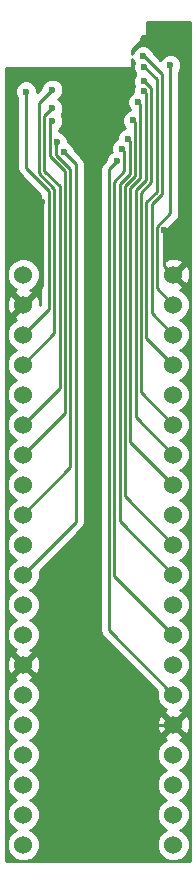
<source format=gbl>
G04 #@! TF.FileFunction,Copper,L2,Bot,Signal*
%FSLAX46Y46*%
G04 Gerber Fmt 4.6, Leading zero omitted, Abs format (unit mm)*
G04 Created by KiCad (PCBNEW 4.0.4-stable) date *
%MOMM*%
%LPD*%
G01*
G04 APERTURE LIST*
%ADD10C,0.100000*%
%ADD11C,1.524000*%
%ADD12C,0.600000*%
%ADD13C,0.250000*%
%ADD14C,0.254000*%
G04 APERTURE END LIST*
D10*
D11*
X158350000Y-90140000D03*
X158350000Y-92680000D03*
X158350000Y-95220000D03*
X158350000Y-97760000D03*
X158350000Y-100300000D03*
X158350000Y-102840000D03*
X158350000Y-105380000D03*
X158350000Y-107920000D03*
X158350000Y-110460000D03*
X158350000Y-113000000D03*
X158350000Y-115540000D03*
X158350000Y-118080000D03*
X158350000Y-120620000D03*
X158350000Y-123160000D03*
X158350000Y-125700000D03*
X158350000Y-128240000D03*
X158350000Y-130780000D03*
X158350000Y-133320000D03*
X158350000Y-135860000D03*
X145650000Y-135860000D03*
X145650000Y-133320000D03*
X145650000Y-130780000D03*
X145650000Y-128240000D03*
X145650000Y-125700000D03*
X145650000Y-123160000D03*
X145650000Y-120620000D03*
X145650000Y-118080000D03*
X145650000Y-115540000D03*
X145650000Y-113000000D03*
X145650000Y-110460000D03*
X145650000Y-107920000D03*
X145650000Y-105380000D03*
X145650000Y-102840000D03*
X145650000Y-100300000D03*
X145650000Y-97760000D03*
X145650000Y-95220000D03*
X145650000Y-92680000D03*
X145650000Y-90140000D03*
X158350000Y-87600000D03*
X145650000Y-87600000D03*
D12*
X145880400Y-72105300D03*
X148111800Y-71937500D03*
X148109000Y-73527000D03*
X148119100Y-74601100D03*
X148510200Y-76391300D03*
X149086300Y-77231300D03*
X153578100Y-78025000D03*
X154046000Y-76929000D03*
X154496300Y-76128600D03*
X154946600Y-74543300D03*
X155396900Y-72999200D03*
X155856000Y-72102100D03*
X155879000Y-71203200D03*
X155897200Y-70022100D03*
X155803700Y-69125800D03*
X158110200Y-69847800D03*
X147206700Y-81443000D03*
X157600200Y-83799200D03*
D13*
X145880400Y-78564100D02*
X145880400Y-72105300D01*
X147832000Y-80515700D02*
X145880400Y-78564100D01*
X147832000Y-90498000D02*
X147832000Y-80515700D01*
X145650000Y-92680000D02*
X147832000Y-90498000D01*
X146984300Y-73065000D02*
X148111800Y-71937500D01*
X146984300Y-79031100D02*
X146984300Y-73065000D01*
X148282300Y-80329100D02*
X146984300Y-79031100D01*
X148282300Y-92587700D02*
X148282300Y-80329100D01*
X145650000Y-95220000D02*
X148282300Y-92587700D01*
X147434600Y-74201400D02*
X148109000Y-73527000D01*
X147434600Y-78844500D02*
X147434600Y-74201400D01*
X148732600Y-80142500D02*
X147434600Y-78844500D01*
X148732600Y-97217400D02*
X148732600Y-80142500D01*
X145650000Y-100300000D02*
X148732600Y-97217400D01*
X147884900Y-74835300D02*
X148119100Y-74601100D01*
X147884900Y-77551100D02*
X147884900Y-74835300D01*
X149182900Y-78849100D02*
X147884900Y-77551100D01*
X149182900Y-99307100D02*
X149182900Y-78849100D01*
X145650000Y-102840000D02*
X149182900Y-99307100D01*
X148461000Y-76440500D02*
X148510200Y-76391300D01*
X148461000Y-77490300D02*
X148461000Y-76440500D01*
X149633200Y-78662500D02*
X148461000Y-77490300D01*
X149633200Y-103936800D02*
X149633200Y-78662500D01*
X145650000Y-107920000D02*
X149633200Y-103936800D01*
X150131900Y-78276900D02*
X149086300Y-77231300D01*
X150131900Y-108518100D02*
X150131900Y-78276900D01*
X145650000Y-113000000D02*
X150131900Y-108518100D01*
X152922100Y-78681000D02*
X153578100Y-78025000D01*
X152922100Y-117732100D02*
X152922100Y-78681000D01*
X158350000Y-123160000D02*
X152922100Y-117732100D01*
X154221100Y-77104100D02*
X154046000Y-76929000D01*
X154221100Y-78874200D02*
X154221100Y-77104100D01*
X153372500Y-79722800D02*
X154221100Y-78874200D01*
X153372500Y-113102500D02*
X153372500Y-79722800D01*
X158350000Y-118080000D02*
X153372500Y-113102500D01*
X153822800Y-108472800D02*
X158350000Y-113000000D01*
X153822800Y-79909400D02*
X153822800Y-108472800D01*
X154671400Y-79060800D02*
X153822800Y-79909400D01*
X154671400Y-76303700D02*
X154671400Y-79060800D01*
X154496300Y-76128600D02*
X154671400Y-76303700D01*
X154273100Y-106383100D02*
X158350000Y-110460000D01*
X154273100Y-80096000D02*
X154273100Y-106383100D01*
X155121700Y-79247400D02*
X154273100Y-80096000D01*
X155121700Y-74718400D02*
X155121700Y-79247400D01*
X154946600Y-74543300D02*
X155121700Y-74718400D01*
X154723400Y-101753400D02*
X158350000Y-105380000D01*
X154723400Y-80282600D02*
X154723400Y-101753400D01*
X155572000Y-79434000D02*
X154723400Y-80282600D01*
X155572000Y-73174300D02*
X155572000Y-79434000D01*
X155396900Y-72999200D02*
X155572000Y-73174300D01*
X155173700Y-99663700D02*
X158350000Y-102840000D01*
X155173700Y-80469200D02*
X155173700Y-99663700D01*
X156022300Y-79620600D02*
X155173700Y-80469200D01*
X156022300Y-72268400D02*
X156022300Y-79620600D01*
X155856000Y-72102100D02*
X156022300Y-72268400D01*
X155624000Y-97574000D02*
X158350000Y-100300000D01*
X155624000Y-80655800D02*
X155624000Y-97574000D01*
X156481400Y-79798400D02*
X155624000Y-80655800D01*
X156481400Y-71805600D02*
X156481400Y-79798400D01*
X155879000Y-71203200D02*
X156481400Y-71805600D01*
X156074300Y-92944300D02*
X158350000Y-95220000D01*
X156074300Y-81479300D02*
X156074300Y-92944300D01*
X156945000Y-80608600D02*
X156074300Y-81479300D01*
X156945000Y-71069900D02*
X156945000Y-80608600D01*
X155897200Y-70022100D02*
X156945000Y-71069900D01*
X156524600Y-90854600D02*
X158350000Y-92680000D01*
X156524600Y-81665900D02*
X156524600Y-90854600D01*
X157402700Y-80787800D02*
X156524600Y-81665900D01*
X157402700Y-70638000D02*
X157402700Y-80787800D01*
X155890500Y-69125800D02*
X157402700Y-70638000D01*
X155803700Y-69125800D02*
X155890500Y-69125800D01*
X156974900Y-88764900D02*
X158350000Y-90140000D01*
X156974900Y-83540200D02*
X156974900Y-88764900D01*
X158110200Y-82404900D02*
X156974900Y-83540200D01*
X158110200Y-69847800D02*
X158110200Y-82404900D01*
X147206700Y-88583300D02*
X147206700Y-81443000D01*
X145650000Y-90140000D02*
X147206700Y-88583300D01*
X157600200Y-86850200D02*
X157600200Y-83799200D01*
X158350000Y-87600000D02*
X157600200Y-86850200D01*
X150730000Y-125700000D02*
X145650000Y-120620000D01*
X158350000Y-125700000D02*
X150730000Y-125700000D01*
D14*
G36*
X159790000Y-137290000D02*
X144210000Y-137290000D01*
X144210000Y-123436661D01*
X144252758Y-123436661D01*
X144464990Y-123950303D01*
X144857630Y-124343629D01*
X145065512Y-124429949D01*
X144859697Y-124514990D01*
X144466371Y-124907630D01*
X144253243Y-125420900D01*
X144252758Y-125976661D01*
X144464990Y-126490303D01*
X144857630Y-126883629D01*
X145065512Y-126969949D01*
X144859697Y-127054990D01*
X144466371Y-127447630D01*
X144253243Y-127960900D01*
X144252758Y-128516661D01*
X144464990Y-129030303D01*
X144857630Y-129423629D01*
X145065512Y-129509949D01*
X144859697Y-129594990D01*
X144466371Y-129987630D01*
X144253243Y-130500900D01*
X144252758Y-131056661D01*
X144464990Y-131570303D01*
X144857630Y-131963629D01*
X145065512Y-132049949D01*
X144859697Y-132134990D01*
X144466371Y-132527630D01*
X144253243Y-133040900D01*
X144252758Y-133596661D01*
X144464990Y-134110303D01*
X144857630Y-134503629D01*
X145065512Y-134589949D01*
X144859697Y-134674990D01*
X144466371Y-135067630D01*
X144253243Y-135580900D01*
X144252758Y-136136661D01*
X144464990Y-136650303D01*
X144857630Y-137043629D01*
X145370900Y-137256757D01*
X145926661Y-137257242D01*
X146440303Y-137045010D01*
X146833629Y-136652370D01*
X147046757Y-136139100D01*
X147047242Y-135583339D01*
X146835010Y-135069697D01*
X146442370Y-134676371D01*
X146234488Y-134590051D01*
X146440303Y-134505010D01*
X146833629Y-134112370D01*
X147046757Y-133599100D01*
X147047242Y-133043339D01*
X146835010Y-132529697D01*
X146442370Y-132136371D01*
X146234488Y-132050051D01*
X146440303Y-131965010D01*
X146833629Y-131572370D01*
X147046757Y-131059100D01*
X147047242Y-130503339D01*
X146835010Y-129989697D01*
X146442370Y-129596371D01*
X146234488Y-129510051D01*
X146440303Y-129425010D01*
X146833629Y-129032370D01*
X147046757Y-128519100D01*
X147046759Y-128516661D01*
X156952758Y-128516661D01*
X157164990Y-129030303D01*
X157557630Y-129423629D01*
X157765512Y-129509949D01*
X157559697Y-129594990D01*
X157166371Y-129987630D01*
X156953243Y-130500900D01*
X156952758Y-131056661D01*
X157164990Y-131570303D01*
X157557630Y-131963629D01*
X157765512Y-132049949D01*
X157559697Y-132134990D01*
X157166371Y-132527630D01*
X156953243Y-133040900D01*
X156952758Y-133596661D01*
X157164990Y-134110303D01*
X157557630Y-134503629D01*
X157765512Y-134589949D01*
X157559697Y-134674990D01*
X157166371Y-135067630D01*
X156953243Y-135580900D01*
X156952758Y-136136661D01*
X157164990Y-136650303D01*
X157557630Y-137043629D01*
X158070900Y-137256757D01*
X158626661Y-137257242D01*
X159140303Y-137045010D01*
X159533629Y-136652370D01*
X159746757Y-136139100D01*
X159747242Y-135583339D01*
X159535010Y-135069697D01*
X159142370Y-134676371D01*
X158934488Y-134590051D01*
X159140303Y-134505010D01*
X159533629Y-134112370D01*
X159746757Y-133599100D01*
X159747242Y-133043339D01*
X159535010Y-132529697D01*
X159142370Y-132136371D01*
X158934488Y-132050051D01*
X159140303Y-131965010D01*
X159533629Y-131572370D01*
X159746757Y-131059100D01*
X159747242Y-130503339D01*
X159535010Y-129989697D01*
X159142370Y-129596371D01*
X158934488Y-129510051D01*
X159140303Y-129425010D01*
X159533629Y-129032370D01*
X159746757Y-128519100D01*
X159747242Y-127963339D01*
X159535010Y-127449697D01*
X159142370Y-127056371D01*
X158950273Y-126976605D01*
X159081143Y-126922397D01*
X159150608Y-126680213D01*
X158350000Y-125879605D01*
X157549392Y-126680213D01*
X157618857Y-126922397D01*
X157759318Y-126972509D01*
X157559697Y-127054990D01*
X157166371Y-127447630D01*
X156953243Y-127960900D01*
X156952758Y-128516661D01*
X147046759Y-128516661D01*
X147047242Y-127963339D01*
X146835010Y-127449697D01*
X146442370Y-127056371D01*
X146234488Y-126970051D01*
X146440303Y-126885010D01*
X146833629Y-126492370D01*
X147046757Y-125979100D01*
X147047181Y-125492302D01*
X156940856Y-125492302D01*
X156968638Y-126047368D01*
X157127603Y-126431143D01*
X157369787Y-126500608D01*
X158170395Y-125700000D01*
X158529605Y-125700000D01*
X159330213Y-126500608D01*
X159572397Y-126431143D01*
X159759144Y-125907698D01*
X159731362Y-125352632D01*
X159572397Y-124968857D01*
X159330213Y-124899392D01*
X158529605Y-125700000D01*
X158170395Y-125700000D01*
X157369787Y-124899392D01*
X157127603Y-124968857D01*
X156940856Y-125492302D01*
X147047181Y-125492302D01*
X147047242Y-125423339D01*
X146835010Y-124909697D01*
X146442370Y-124516371D01*
X146234488Y-124430051D01*
X146440303Y-124345010D01*
X146833629Y-123952370D01*
X147046757Y-123439100D01*
X147047242Y-122883339D01*
X146835010Y-122369697D01*
X146442370Y-121976371D01*
X146250273Y-121896605D01*
X146381143Y-121842397D01*
X146450608Y-121600213D01*
X145650000Y-120799605D01*
X144849392Y-121600213D01*
X144918857Y-121842397D01*
X145059318Y-121892509D01*
X144859697Y-121974990D01*
X144466371Y-122367630D01*
X144253243Y-122880900D01*
X144252758Y-123436661D01*
X144210000Y-123436661D01*
X144210000Y-120412302D01*
X144240856Y-120412302D01*
X144268638Y-120967368D01*
X144427603Y-121351143D01*
X144669787Y-121420608D01*
X145470395Y-120620000D01*
X145829605Y-120620000D01*
X146630213Y-121420608D01*
X146872397Y-121351143D01*
X147059144Y-120827698D01*
X147031362Y-120272632D01*
X146872397Y-119888857D01*
X146630213Y-119819392D01*
X145829605Y-120620000D01*
X145470395Y-120620000D01*
X144669787Y-119819392D01*
X144427603Y-119888857D01*
X144240856Y-120412302D01*
X144210000Y-120412302D01*
X144210000Y-92956661D01*
X144252758Y-92956661D01*
X144464990Y-93470303D01*
X144857630Y-93863629D01*
X145065512Y-93949949D01*
X144859697Y-94034990D01*
X144466371Y-94427630D01*
X144253243Y-94940900D01*
X144252758Y-95496661D01*
X144464990Y-96010303D01*
X144857630Y-96403629D01*
X145065512Y-96489949D01*
X144859697Y-96574990D01*
X144466371Y-96967630D01*
X144253243Y-97480900D01*
X144252758Y-98036661D01*
X144464990Y-98550303D01*
X144857630Y-98943629D01*
X145065512Y-99029949D01*
X144859697Y-99114990D01*
X144466371Y-99507630D01*
X144253243Y-100020900D01*
X144252758Y-100576661D01*
X144464990Y-101090303D01*
X144857630Y-101483629D01*
X145065512Y-101569949D01*
X144859697Y-101654990D01*
X144466371Y-102047630D01*
X144253243Y-102560900D01*
X144252758Y-103116661D01*
X144464990Y-103630303D01*
X144857630Y-104023629D01*
X145065512Y-104109949D01*
X144859697Y-104194990D01*
X144466371Y-104587630D01*
X144253243Y-105100900D01*
X144252758Y-105656661D01*
X144464990Y-106170303D01*
X144857630Y-106563629D01*
X145065512Y-106649949D01*
X144859697Y-106734990D01*
X144466371Y-107127630D01*
X144253243Y-107640900D01*
X144252758Y-108196661D01*
X144464990Y-108710303D01*
X144857630Y-109103629D01*
X145065512Y-109189949D01*
X144859697Y-109274990D01*
X144466371Y-109667630D01*
X144253243Y-110180900D01*
X144252758Y-110736661D01*
X144464990Y-111250303D01*
X144857630Y-111643629D01*
X145065512Y-111729949D01*
X144859697Y-111814990D01*
X144466371Y-112207630D01*
X144253243Y-112720900D01*
X144252758Y-113276661D01*
X144464990Y-113790303D01*
X144857630Y-114183629D01*
X145065512Y-114269949D01*
X144859697Y-114354990D01*
X144466371Y-114747630D01*
X144253243Y-115260900D01*
X144252758Y-115816661D01*
X144464990Y-116330303D01*
X144857630Y-116723629D01*
X145065512Y-116809949D01*
X144859697Y-116894990D01*
X144466371Y-117287630D01*
X144253243Y-117800900D01*
X144252758Y-118356661D01*
X144464990Y-118870303D01*
X144857630Y-119263629D01*
X145049727Y-119343395D01*
X144918857Y-119397603D01*
X144849392Y-119639787D01*
X145650000Y-120440395D01*
X146450608Y-119639787D01*
X146381143Y-119397603D01*
X146240682Y-119347491D01*
X146440303Y-119265010D01*
X146833629Y-118872370D01*
X147046757Y-118359100D01*
X147047242Y-117803339D01*
X146835010Y-117289697D01*
X146442370Y-116896371D01*
X146234488Y-116810051D01*
X146440303Y-116725010D01*
X146833629Y-116332370D01*
X147046757Y-115819100D01*
X147047242Y-115263339D01*
X146835010Y-114749697D01*
X146442370Y-114356371D01*
X146234488Y-114270051D01*
X146440303Y-114185010D01*
X146833629Y-113792370D01*
X147046757Y-113279100D01*
X147047242Y-112723339D01*
X147033857Y-112690945D01*
X150669301Y-109055501D01*
X150834048Y-108808939D01*
X150891900Y-108518100D01*
X150891900Y-78276900D01*
X150834048Y-77986061D01*
X150669301Y-77739499D01*
X150021422Y-77091620D01*
X150021462Y-77046133D01*
X149879417Y-76702357D01*
X149616627Y-76439108D01*
X149445221Y-76367934D01*
X149445362Y-76206133D01*
X149303317Y-75862357D01*
X149040527Y-75599108D01*
X148696999Y-75456462D01*
X148644900Y-75456417D01*
X148644900Y-75395516D01*
X148648043Y-75394217D01*
X148911292Y-75131427D01*
X149053938Y-74787899D01*
X149054262Y-74415933D01*
X148912217Y-74072157D01*
X148899299Y-74059217D01*
X148901192Y-74057327D01*
X149043838Y-73713799D01*
X149044162Y-73341833D01*
X148902117Y-72998057D01*
X148639327Y-72734808D01*
X148634974Y-72733001D01*
X148640743Y-72730617D01*
X148903992Y-72467827D01*
X149046638Y-72124299D01*
X149046962Y-71752333D01*
X148904917Y-71408557D01*
X148642127Y-71145308D01*
X148298599Y-71002662D01*
X147926633Y-71002338D01*
X147582857Y-71144383D01*
X147319608Y-71407173D01*
X147176962Y-71750701D01*
X147176921Y-71797577D01*
X146815354Y-72159144D01*
X146815562Y-71920133D01*
X146673517Y-71576357D01*
X146410727Y-71313108D01*
X146067199Y-71170462D01*
X145695233Y-71170138D01*
X145351457Y-71312183D01*
X145088208Y-71574973D01*
X144945562Y-71918501D01*
X144945238Y-72290467D01*
X145087283Y-72634243D01*
X145120400Y-72667418D01*
X145120400Y-78564100D01*
X145178252Y-78854939D01*
X145342999Y-79101501D01*
X147072000Y-80830502D01*
X147072000Y-90183198D01*
X147051916Y-90203282D01*
X147031362Y-89792632D01*
X146872397Y-89408857D01*
X146630213Y-89339392D01*
X145829605Y-90140000D01*
X145843748Y-90154143D01*
X145664143Y-90333748D01*
X145650000Y-90319605D01*
X144849392Y-91120213D01*
X144918857Y-91362397D01*
X145059318Y-91412509D01*
X144859697Y-91494990D01*
X144466371Y-91887630D01*
X144253243Y-92400900D01*
X144252758Y-92956661D01*
X144210000Y-92956661D01*
X144210000Y-89932302D01*
X144240856Y-89932302D01*
X144268638Y-90487368D01*
X144427603Y-90871143D01*
X144669787Y-90940608D01*
X145470395Y-90140000D01*
X144669787Y-89339392D01*
X144427603Y-89408857D01*
X144240856Y-89932302D01*
X144210000Y-89932302D01*
X144210000Y-87876661D01*
X144252758Y-87876661D01*
X144464990Y-88390303D01*
X144857630Y-88783629D01*
X145049727Y-88863395D01*
X144918857Y-88917603D01*
X144849392Y-89159787D01*
X145650000Y-89960395D01*
X146450608Y-89159787D01*
X146381143Y-88917603D01*
X146240682Y-88867491D01*
X146440303Y-88785010D01*
X146833629Y-88392370D01*
X147046757Y-87879100D01*
X147047242Y-87323339D01*
X146835010Y-86809697D01*
X146442370Y-86416371D01*
X145929100Y-86203243D01*
X145373339Y-86202758D01*
X144859697Y-86414990D01*
X144466371Y-86807630D01*
X144253243Y-87320900D01*
X144252758Y-87876661D01*
X144210000Y-87876661D01*
X144210000Y-70127000D01*
X154750000Y-70127000D01*
X154796159Y-70118315D01*
X154838553Y-70091035D01*
X154866994Y-70049410D01*
X154877000Y-70000000D01*
X154877000Y-69331447D01*
X155010583Y-69654743D01*
X155029477Y-69673670D01*
X154962362Y-69835301D01*
X154962038Y-70207267D01*
X155104083Y-70551043D01*
X155156375Y-70603427D01*
X155086808Y-70672873D01*
X154944162Y-71016401D01*
X154943838Y-71388367D01*
X155041659Y-71625113D01*
X154921162Y-71915301D01*
X154920928Y-72184196D01*
X154867957Y-72206083D01*
X154604708Y-72468873D01*
X154462062Y-72812401D01*
X154461738Y-73184367D01*
X154603783Y-73528143D01*
X154706356Y-73630895D01*
X154417657Y-73750183D01*
X154154408Y-74012973D01*
X154011762Y-74356501D01*
X154011438Y-74728467D01*
X154153483Y-75072243D01*
X154285174Y-75204164D01*
X153967357Y-75335483D01*
X153704108Y-75598273D01*
X153561462Y-75941801D01*
X153561309Y-76117599D01*
X153517057Y-76135883D01*
X153253808Y-76398673D01*
X153111162Y-76742201D01*
X153110838Y-77114167D01*
X153143389Y-77192947D01*
X153049157Y-77231883D01*
X152785908Y-77494673D01*
X152643262Y-77838201D01*
X152643221Y-77885077D01*
X152384699Y-78143599D01*
X152219952Y-78390161D01*
X152162100Y-78681000D01*
X152162100Y-117732100D01*
X152219952Y-118022939D01*
X152384699Y-118269501D01*
X156965817Y-122850619D01*
X156953243Y-122880900D01*
X156952758Y-123436661D01*
X157164990Y-123950303D01*
X157557630Y-124343629D01*
X157749727Y-124423395D01*
X157618857Y-124477603D01*
X157549392Y-124719787D01*
X158350000Y-125520395D01*
X159150608Y-124719787D01*
X159081143Y-124477603D01*
X158940682Y-124427491D01*
X159140303Y-124345010D01*
X159533629Y-123952370D01*
X159746757Y-123439100D01*
X159747242Y-122883339D01*
X159535010Y-122369697D01*
X159142370Y-121976371D01*
X158934488Y-121890051D01*
X159140303Y-121805010D01*
X159533629Y-121412370D01*
X159746757Y-120899100D01*
X159747242Y-120343339D01*
X159535010Y-119829697D01*
X159142370Y-119436371D01*
X158934488Y-119350051D01*
X159140303Y-119265010D01*
X159533629Y-118872370D01*
X159746757Y-118359100D01*
X159747242Y-117803339D01*
X159535010Y-117289697D01*
X159142370Y-116896371D01*
X158934488Y-116810051D01*
X159140303Y-116725010D01*
X159533629Y-116332370D01*
X159746757Y-115819100D01*
X159747242Y-115263339D01*
X159535010Y-114749697D01*
X159142370Y-114356371D01*
X158934488Y-114270051D01*
X159140303Y-114185010D01*
X159533629Y-113792370D01*
X159746757Y-113279100D01*
X159747242Y-112723339D01*
X159535010Y-112209697D01*
X159142370Y-111816371D01*
X158934488Y-111730051D01*
X159140303Y-111645010D01*
X159533629Y-111252370D01*
X159746757Y-110739100D01*
X159747242Y-110183339D01*
X159535010Y-109669697D01*
X159142370Y-109276371D01*
X158934488Y-109190051D01*
X159140303Y-109105010D01*
X159533629Y-108712370D01*
X159746757Y-108199100D01*
X159747242Y-107643339D01*
X159535010Y-107129697D01*
X159142370Y-106736371D01*
X158934488Y-106650051D01*
X159140303Y-106565010D01*
X159533629Y-106172370D01*
X159746757Y-105659100D01*
X159747242Y-105103339D01*
X159535010Y-104589697D01*
X159142370Y-104196371D01*
X158934488Y-104110051D01*
X159140303Y-104025010D01*
X159533629Y-103632370D01*
X159746757Y-103119100D01*
X159747242Y-102563339D01*
X159535010Y-102049697D01*
X159142370Y-101656371D01*
X158934488Y-101570051D01*
X159140303Y-101485010D01*
X159533629Y-101092370D01*
X159746757Y-100579100D01*
X159747242Y-100023339D01*
X159535010Y-99509697D01*
X159142370Y-99116371D01*
X158934488Y-99030051D01*
X159140303Y-98945010D01*
X159533629Y-98552370D01*
X159746757Y-98039100D01*
X159747242Y-97483339D01*
X159535010Y-96969697D01*
X159142370Y-96576371D01*
X158934488Y-96490051D01*
X159140303Y-96405010D01*
X159533629Y-96012370D01*
X159746757Y-95499100D01*
X159747242Y-94943339D01*
X159535010Y-94429697D01*
X159142370Y-94036371D01*
X158934488Y-93950051D01*
X159140303Y-93865010D01*
X159533629Y-93472370D01*
X159746757Y-92959100D01*
X159747242Y-92403339D01*
X159535010Y-91889697D01*
X159142370Y-91496371D01*
X158934488Y-91410051D01*
X159140303Y-91325010D01*
X159533629Y-90932370D01*
X159746757Y-90419100D01*
X159747242Y-89863339D01*
X159535010Y-89349697D01*
X159142370Y-88956371D01*
X158950273Y-88876605D01*
X159081143Y-88822397D01*
X159150608Y-88580213D01*
X158350000Y-87779605D01*
X158335858Y-87793748D01*
X158156253Y-87614143D01*
X158170395Y-87600000D01*
X158529605Y-87600000D01*
X159330213Y-88400608D01*
X159572397Y-88331143D01*
X159759144Y-87807698D01*
X159731362Y-87252632D01*
X159572397Y-86868857D01*
X159330213Y-86799392D01*
X158529605Y-87600000D01*
X158170395Y-87600000D01*
X158156253Y-87585858D01*
X158335858Y-87406253D01*
X158350000Y-87420395D01*
X159150608Y-86619787D01*
X159081143Y-86377603D01*
X158557698Y-86190856D01*
X158002632Y-86218638D01*
X157734900Y-86329536D01*
X157734900Y-83855002D01*
X158647601Y-82942301D01*
X158812348Y-82695739D01*
X158870200Y-82404900D01*
X158870200Y-70410263D01*
X158902392Y-70378127D01*
X159045038Y-70034599D01*
X159045362Y-69662633D01*
X158903317Y-69318857D01*
X158640527Y-69055608D01*
X158296999Y-68912962D01*
X157925033Y-68912638D01*
X157581257Y-69054683D01*
X157318008Y-69317473D01*
X157270760Y-69431258D01*
X156709800Y-68870298D01*
X156596817Y-68596857D01*
X156334027Y-68333608D01*
X155990499Y-68190962D01*
X155618533Y-68190638D01*
X155274757Y-68332683D01*
X155011508Y-68595473D01*
X154877000Y-68919403D01*
X154877000Y-68552606D01*
X155589803Y-67839803D01*
X155616994Y-67799410D01*
X155627000Y-67750000D01*
X155627000Y-67552606D01*
X155802606Y-67377000D01*
X156000000Y-67377000D01*
X156046159Y-67368315D01*
X156088553Y-67341035D01*
X156116994Y-67299410D01*
X156127000Y-67250000D01*
X156127000Y-66210000D01*
X159790000Y-66210000D01*
X159790000Y-137290000D01*
X159790000Y-137290000D01*
G37*
X159790000Y-137290000D02*
X144210000Y-137290000D01*
X144210000Y-123436661D01*
X144252758Y-123436661D01*
X144464990Y-123950303D01*
X144857630Y-124343629D01*
X145065512Y-124429949D01*
X144859697Y-124514990D01*
X144466371Y-124907630D01*
X144253243Y-125420900D01*
X144252758Y-125976661D01*
X144464990Y-126490303D01*
X144857630Y-126883629D01*
X145065512Y-126969949D01*
X144859697Y-127054990D01*
X144466371Y-127447630D01*
X144253243Y-127960900D01*
X144252758Y-128516661D01*
X144464990Y-129030303D01*
X144857630Y-129423629D01*
X145065512Y-129509949D01*
X144859697Y-129594990D01*
X144466371Y-129987630D01*
X144253243Y-130500900D01*
X144252758Y-131056661D01*
X144464990Y-131570303D01*
X144857630Y-131963629D01*
X145065512Y-132049949D01*
X144859697Y-132134990D01*
X144466371Y-132527630D01*
X144253243Y-133040900D01*
X144252758Y-133596661D01*
X144464990Y-134110303D01*
X144857630Y-134503629D01*
X145065512Y-134589949D01*
X144859697Y-134674990D01*
X144466371Y-135067630D01*
X144253243Y-135580900D01*
X144252758Y-136136661D01*
X144464990Y-136650303D01*
X144857630Y-137043629D01*
X145370900Y-137256757D01*
X145926661Y-137257242D01*
X146440303Y-137045010D01*
X146833629Y-136652370D01*
X147046757Y-136139100D01*
X147047242Y-135583339D01*
X146835010Y-135069697D01*
X146442370Y-134676371D01*
X146234488Y-134590051D01*
X146440303Y-134505010D01*
X146833629Y-134112370D01*
X147046757Y-133599100D01*
X147047242Y-133043339D01*
X146835010Y-132529697D01*
X146442370Y-132136371D01*
X146234488Y-132050051D01*
X146440303Y-131965010D01*
X146833629Y-131572370D01*
X147046757Y-131059100D01*
X147047242Y-130503339D01*
X146835010Y-129989697D01*
X146442370Y-129596371D01*
X146234488Y-129510051D01*
X146440303Y-129425010D01*
X146833629Y-129032370D01*
X147046757Y-128519100D01*
X147046759Y-128516661D01*
X156952758Y-128516661D01*
X157164990Y-129030303D01*
X157557630Y-129423629D01*
X157765512Y-129509949D01*
X157559697Y-129594990D01*
X157166371Y-129987630D01*
X156953243Y-130500900D01*
X156952758Y-131056661D01*
X157164990Y-131570303D01*
X157557630Y-131963629D01*
X157765512Y-132049949D01*
X157559697Y-132134990D01*
X157166371Y-132527630D01*
X156953243Y-133040900D01*
X156952758Y-133596661D01*
X157164990Y-134110303D01*
X157557630Y-134503629D01*
X157765512Y-134589949D01*
X157559697Y-134674990D01*
X157166371Y-135067630D01*
X156953243Y-135580900D01*
X156952758Y-136136661D01*
X157164990Y-136650303D01*
X157557630Y-137043629D01*
X158070900Y-137256757D01*
X158626661Y-137257242D01*
X159140303Y-137045010D01*
X159533629Y-136652370D01*
X159746757Y-136139100D01*
X159747242Y-135583339D01*
X159535010Y-135069697D01*
X159142370Y-134676371D01*
X158934488Y-134590051D01*
X159140303Y-134505010D01*
X159533629Y-134112370D01*
X159746757Y-133599100D01*
X159747242Y-133043339D01*
X159535010Y-132529697D01*
X159142370Y-132136371D01*
X158934488Y-132050051D01*
X159140303Y-131965010D01*
X159533629Y-131572370D01*
X159746757Y-131059100D01*
X159747242Y-130503339D01*
X159535010Y-129989697D01*
X159142370Y-129596371D01*
X158934488Y-129510051D01*
X159140303Y-129425010D01*
X159533629Y-129032370D01*
X159746757Y-128519100D01*
X159747242Y-127963339D01*
X159535010Y-127449697D01*
X159142370Y-127056371D01*
X158950273Y-126976605D01*
X159081143Y-126922397D01*
X159150608Y-126680213D01*
X158350000Y-125879605D01*
X157549392Y-126680213D01*
X157618857Y-126922397D01*
X157759318Y-126972509D01*
X157559697Y-127054990D01*
X157166371Y-127447630D01*
X156953243Y-127960900D01*
X156952758Y-128516661D01*
X147046759Y-128516661D01*
X147047242Y-127963339D01*
X146835010Y-127449697D01*
X146442370Y-127056371D01*
X146234488Y-126970051D01*
X146440303Y-126885010D01*
X146833629Y-126492370D01*
X147046757Y-125979100D01*
X147047181Y-125492302D01*
X156940856Y-125492302D01*
X156968638Y-126047368D01*
X157127603Y-126431143D01*
X157369787Y-126500608D01*
X158170395Y-125700000D01*
X158529605Y-125700000D01*
X159330213Y-126500608D01*
X159572397Y-126431143D01*
X159759144Y-125907698D01*
X159731362Y-125352632D01*
X159572397Y-124968857D01*
X159330213Y-124899392D01*
X158529605Y-125700000D01*
X158170395Y-125700000D01*
X157369787Y-124899392D01*
X157127603Y-124968857D01*
X156940856Y-125492302D01*
X147047181Y-125492302D01*
X147047242Y-125423339D01*
X146835010Y-124909697D01*
X146442370Y-124516371D01*
X146234488Y-124430051D01*
X146440303Y-124345010D01*
X146833629Y-123952370D01*
X147046757Y-123439100D01*
X147047242Y-122883339D01*
X146835010Y-122369697D01*
X146442370Y-121976371D01*
X146250273Y-121896605D01*
X146381143Y-121842397D01*
X146450608Y-121600213D01*
X145650000Y-120799605D01*
X144849392Y-121600213D01*
X144918857Y-121842397D01*
X145059318Y-121892509D01*
X144859697Y-121974990D01*
X144466371Y-122367630D01*
X144253243Y-122880900D01*
X144252758Y-123436661D01*
X144210000Y-123436661D01*
X144210000Y-120412302D01*
X144240856Y-120412302D01*
X144268638Y-120967368D01*
X144427603Y-121351143D01*
X144669787Y-121420608D01*
X145470395Y-120620000D01*
X145829605Y-120620000D01*
X146630213Y-121420608D01*
X146872397Y-121351143D01*
X147059144Y-120827698D01*
X147031362Y-120272632D01*
X146872397Y-119888857D01*
X146630213Y-119819392D01*
X145829605Y-120620000D01*
X145470395Y-120620000D01*
X144669787Y-119819392D01*
X144427603Y-119888857D01*
X144240856Y-120412302D01*
X144210000Y-120412302D01*
X144210000Y-92956661D01*
X144252758Y-92956661D01*
X144464990Y-93470303D01*
X144857630Y-93863629D01*
X145065512Y-93949949D01*
X144859697Y-94034990D01*
X144466371Y-94427630D01*
X144253243Y-94940900D01*
X144252758Y-95496661D01*
X144464990Y-96010303D01*
X144857630Y-96403629D01*
X145065512Y-96489949D01*
X144859697Y-96574990D01*
X144466371Y-96967630D01*
X144253243Y-97480900D01*
X144252758Y-98036661D01*
X144464990Y-98550303D01*
X144857630Y-98943629D01*
X145065512Y-99029949D01*
X144859697Y-99114990D01*
X144466371Y-99507630D01*
X144253243Y-100020900D01*
X144252758Y-100576661D01*
X144464990Y-101090303D01*
X144857630Y-101483629D01*
X145065512Y-101569949D01*
X144859697Y-101654990D01*
X144466371Y-102047630D01*
X144253243Y-102560900D01*
X144252758Y-103116661D01*
X144464990Y-103630303D01*
X144857630Y-104023629D01*
X145065512Y-104109949D01*
X144859697Y-104194990D01*
X144466371Y-104587630D01*
X144253243Y-105100900D01*
X144252758Y-105656661D01*
X144464990Y-106170303D01*
X144857630Y-106563629D01*
X145065512Y-106649949D01*
X144859697Y-106734990D01*
X144466371Y-107127630D01*
X144253243Y-107640900D01*
X144252758Y-108196661D01*
X144464990Y-108710303D01*
X144857630Y-109103629D01*
X145065512Y-109189949D01*
X144859697Y-109274990D01*
X144466371Y-109667630D01*
X144253243Y-110180900D01*
X144252758Y-110736661D01*
X144464990Y-111250303D01*
X144857630Y-111643629D01*
X145065512Y-111729949D01*
X144859697Y-111814990D01*
X144466371Y-112207630D01*
X144253243Y-112720900D01*
X144252758Y-113276661D01*
X144464990Y-113790303D01*
X144857630Y-114183629D01*
X145065512Y-114269949D01*
X144859697Y-114354990D01*
X144466371Y-114747630D01*
X144253243Y-115260900D01*
X144252758Y-115816661D01*
X144464990Y-116330303D01*
X144857630Y-116723629D01*
X145065512Y-116809949D01*
X144859697Y-116894990D01*
X144466371Y-117287630D01*
X144253243Y-117800900D01*
X144252758Y-118356661D01*
X144464990Y-118870303D01*
X144857630Y-119263629D01*
X145049727Y-119343395D01*
X144918857Y-119397603D01*
X144849392Y-119639787D01*
X145650000Y-120440395D01*
X146450608Y-119639787D01*
X146381143Y-119397603D01*
X146240682Y-119347491D01*
X146440303Y-119265010D01*
X146833629Y-118872370D01*
X147046757Y-118359100D01*
X147047242Y-117803339D01*
X146835010Y-117289697D01*
X146442370Y-116896371D01*
X146234488Y-116810051D01*
X146440303Y-116725010D01*
X146833629Y-116332370D01*
X147046757Y-115819100D01*
X147047242Y-115263339D01*
X146835010Y-114749697D01*
X146442370Y-114356371D01*
X146234488Y-114270051D01*
X146440303Y-114185010D01*
X146833629Y-113792370D01*
X147046757Y-113279100D01*
X147047242Y-112723339D01*
X147033857Y-112690945D01*
X150669301Y-109055501D01*
X150834048Y-108808939D01*
X150891900Y-108518100D01*
X150891900Y-78276900D01*
X150834048Y-77986061D01*
X150669301Y-77739499D01*
X150021422Y-77091620D01*
X150021462Y-77046133D01*
X149879417Y-76702357D01*
X149616627Y-76439108D01*
X149445221Y-76367934D01*
X149445362Y-76206133D01*
X149303317Y-75862357D01*
X149040527Y-75599108D01*
X148696999Y-75456462D01*
X148644900Y-75456417D01*
X148644900Y-75395516D01*
X148648043Y-75394217D01*
X148911292Y-75131427D01*
X149053938Y-74787899D01*
X149054262Y-74415933D01*
X148912217Y-74072157D01*
X148899299Y-74059217D01*
X148901192Y-74057327D01*
X149043838Y-73713799D01*
X149044162Y-73341833D01*
X148902117Y-72998057D01*
X148639327Y-72734808D01*
X148634974Y-72733001D01*
X148640743Y-72730617D01*
X148903992Y-72467827D01*
X149046638Y-72124299D01*
X149046962Y-71752333D01*
X148904917Y-71408557D01*
X148642127Y-71145308D01*
X148298599Y-71002662D01*
X147926633Y-71002338D01*
X147582857Y-71144383D01*
X147319608Y-71407173D01*
X147176962Y-71750701D01*
X147176921Y-71797577D01*
X146815354Y-72159144D01*
X146815562Y-71920133D01*
X146673517Y-71576357D01*
X146410727Y-71313108D01*
X146067199Y-71170462D01*
X145695233Y-71170138D01*
X145351457Y-71312183D01*
X145088208Y-71574973D01*
X144945562Y-71918501D01*
X144945238Y-72290467D01*
X145087283Y-72634243D01*
X145120400Y-72667418D01*
X145120400Y-78564100D01*
X145178252Y-78854939D01*
X145342999Y-79101501D01*
X147072000Y-80830502D01*
X147072000Y-90183198D01*
X147051916Y-90203282D01*
X147031362Y-89792632D01*
X146872397Y-89408857D01*
X146630213Y-89339392D01*
X145829605Y-90140000D01*
X145843748Y-90154143D01*
X145664143Y-90333748D01*
X145650000Y-90319605D01*
X144849392Y-91120213D01*
X144918857Y-91362397D01*
X145059318Y-91412509D01*
X144859697Y-91494990D01*
X144466371Y-91887630D01*
X144253243Y-92400900D01*
X144252758Y-92956661D01*
X144210000Y-92956661D01*
X144210000Y-89932302D01*
X144240856Y-89932302D01*
X144268638Y-90487368D01*
X144427603Y-90871143D01*
X144669787Y-90940608D01*
X145470395Y-90140000D01*
X144669787Y-89339392D01*
X144427603Y-89408857D01*
X144240856Y-89932302D01*
X144210000Y-89932302D01*
X144210000Y-87876661D01*
X144252758Y-87876661D01*
X144464990Y-88390303D01*
X144857630Y-88783629D01*
X145049727Y-88863395D01*
X144918857Y-88917603D01*
X144849392Y-89159787D01*
X145650000Y-89960395D01*
X146450608Y-89159787D01*
X146381143Y-88917603D01*
X146240682Y-88867491D01*
X146440303Y-88785010D01*
X146833629Y-88392370D01*
X147046757Y-87879100D01*
X147047242Y-87323339D01*
X146835010Y-86809697D01*
X146442370Y-86416371D01*
X145929100Y-86203243D01*
X145373339Y-86202758D01*
X144859697Y-86414990D01*
X144466371Y-86807630D01*
X144253243Y-87320900D01*
X144252758Y-87876661D01*
X144210000Y-87876661D01*
X144210000Y-70127000D01*
X154750000Y-70127000D01*
X154796159Y-70118315D01*
X154838553Y-70091035D01*
X154866994Y-70049410D01*
X154877000Y-70000000D01*
X154877000Y-69331447D01*
X155010583Y-69654743D01*
X155029477Y-69673670D01*
X154962362Y-69835301D01*
X154962038Y-70207267D01*
X155104083Y-70551043D01*
X155156375Y-70603427D01*
X155086808Y-70672873D01*
X154944162Y-71016401D01*
X154943838Y-71388367D01*
X155041659Y-71625113D01*
X154921162Y-71915301D01*
X154920928Y-72184196D01*
X154867957Y-72206083D01*
X154604708Y-72468873D01*
X154462062Y-72812401D01*
X154461738Y-73184367D01*
X154603783Y-73528143D01*
X154706356Y-73630895D01*
X154417657Y-73750183D01*
X154154408Y-74012973D01*
X154011762Y-74356501D01*
X154011438Y-74728467D01*
X154153483Y-75072243D01*
X154285174Y-75204164D01*
X153967357Y-75335483D01*
X153704108Y-75598273D01*
X153561462Y-75941801D01*
X153561309Y-76117599D01*
X153517057Y-76135883D01*
X153253808Y-76398673D01*
X153111162Y-76742201D01*
X153110838Y-77114167D01*
X153143389Y-77192947D01*
X153049157Y-77231883D01*
X152785908Y-77494673D01*
X152643262Y-77838201D01*
X152643221Y-77885077D01*
X152384699Y-78143599D01*
X152219952Y-78390161D01*
X152162100Y-78681000D01*
X152162100Y-117732100D01*
X152219952Y-118022939D01*
X152384699Y-118269501D01*
X156965817Y-122850619D01*
X156953243Y-122880900D01*
X156952758Y-123436661D01*
X157164990Y-123950303D01*
X157557630Y-124343629D01*
X157749727Y-124423395D01*
X157618857Y-124477603D01*
X157549392Y-124719787D01*
X158350000Y-125520395D01*
X159150608Y-124719787D01*
X159081143Y-124477603D01*
X158940682Y-124427491D01*
X159140303Y-124345010D01*
X159533629Y-123952370D01*
X159746757Y-123439100D01*
X159747242Y-122883339D01*
X159535010Y-122369697D01*
X159142370Y-121976371D01*
X158934488Y-121890051D01*
X159140303Y-121805010D01*
X159533629Y-121412370D01*
X159746757Y-120899100D01*
X159747242Y-120343339D01*
X159535010Y-119829697D01*
X159142370Y-119436371D01*
X158934488Y-119350051D01*
X159140303Y-119265010D01*
X159533629Y-118872370D01*
X159746757Y-118359100D01*
X159747242Y-117803339D01*
X159535010Y-117289697D01*
X159142370Y-116896371D01*
X158934488Y-116810051D01*
X159140303Y-116725010D01*
X159533629Y-116332370D01*
X159746757Y-115819100D01*
X159747242Y-115263339D01*
X159535010Y-114749697D01*
X159142370Y-114356371D01*
X158934488Y-114270051D01*
X159140303Y-114185010D01*
X159533629Y-113792370D01*
X159746757Y-113279100D01*
X159747242Y-112723339D01*
X159535010Y-112209697D01*
X159142370Y-111816371D01*
X158934488Y-111730051D01*
X159140303Y-111645010D01*
X159533629Y-111252370D01*
X159746757Y-110739100D01*
X159747242Y-110183339D01*
X159535010Y-109669697D01*
X159142370Y-109276371D01*
X158934488Y-109190051D01*
X159140303Y-109105010D01*
X159533629Y-108712370D01*
X159746757Y-108199100D01*
X159747242Y-107643339D01*
X159535010Y-107129697D01*
X159142370Y-106736371D01*
X158934488Y-106650051D01*
X159140303Y-106565010D01*
X159533629Y-106172370D01*
X159746757Y-105659100D01*
X159747242Y-105103339D01*
X159535010Y-104589697D01*
X159142370Y-104196371D01*
X158934488Y-104110051D01*
X159140303Y-104025010D01*
X159533629Y-103632370D01*
X159746757Y-103119100D01*
X159747242Y-102563339D01*
X159535010Y-102049697D01*
X159142370Y-101656371D01*
X158934488Y-101570051D01*
X159140303Y-101485010D01*
X159533629Y-101092370D01*
X159746757Y-100579100D01*
X159747242Y-100023339D01*
X159535010Y-99509697D01*
X159142370Y-99116371D01*
X158934488Y-99030051D01*
X159140303Y-98945010D01*
X159533629Y-98552370D01*
X159746757Y-98039100D01*
X159747242Y-97483339D01*
X159535010Y-96969697D01*
X159142370Y-96576371D01*
X158934488Y-96490051D01*
X159140303Y-96405010D01*
X159533629Y-96012370D01*
X159746757Y-95499100D01*
X159747242Y-94943339D01*
X159535010Y-94429697D01*
X159142370Y-94036371D01*
X158934488Y-93950051D01*
X159140303Y-93865010D01*
X159533629Y-93472370D01*
X159746757Y-92959100D01*
X159747242Y-92403339D01*
X159535010Y-91889697D01*
X159142370Y-91496371D01*
X158934488Y-91410051D01*
X159140303Y-91325010D01*
X159533629Y-90932370D01*
X159746757Y-90419100D01*
X159747242Y-89863339D01*
X159535010Y-89349697D01*
X159142370Y-88956371D01*
X158950273Y-88876605D01*
X159081143Y-88822397D01*
X159150608Y-88580213D01*
X158350000Y-87779605D01*
X158335858Y-87793748D01*
X158156253Y-87614143D01*
X158170395Y-87600000D01*
X158529605Y-87600000D01*
X159330213Y-88400608D01*
X159572397Y-88331143D01*
X159759144Y-87807698D01*
X159731362Y-87252632D01*
X159572397Y-86868857D01*
X159330213Y-86799392D01*
X158529605Y-87600000D01*
X158170395Y-87600000D01*
X158156253Y-87585858D01*
X158335858Y-87406253D01*
X158350000Y-87420395D01*
X159150608Y-86619787D01*
X159081143Y-86377603D01*
X158557698Y-86190856D01*
X158002632Y-86218638D01*
X157734900Y-86329536D01*
X157734900Y-83855002D01*
X158647601Y-82942301D01*
X158812348Y-82695739D01*
X158870200Y-82404900D01*
X158870200Y-70410263D01*
X158902392Y-70378127D01*
X159045038Y-70034599D01*
X159045362Y-69662633D01*
X158903317Y-69318857D01*
X158640527Y-69055608D01*
X158296999Y-68912962D01*
X157925033Y-68912638D01*
X157581257Y-69054683D01*
X157318008Y-69317473D01*
X157270760Y-69431258D01*
X156709800Y-68870298D01*
X156596817Y-68596857D01*
X156334027Y-68333608D01*
X155990499Y-68190962D01*
X155618533Y-68190638D01*
X155274757Y-68332683D01*
X155011508Y-68595473D01*
X154877000Y-68919403D01*
X154877000Y-68552606D01*
X155589803Y-67839803D01*
X155616994Y-67799410D01*
X155627000Y-67750000D01*
X155627000Y-67552606D01*
X155802606Y-67377000D01*
X156000000Y-67377000D01*
X156046159Y-67368315D01*
X156088553Y-67341035D01*
X156116994Y-67299410D01*
X156127000Y-67250000D01*
X156127000Y-66210000D01*
X159790000Y-66210000D01*
X159790000Y-137290000D01*
M02*

</source>
